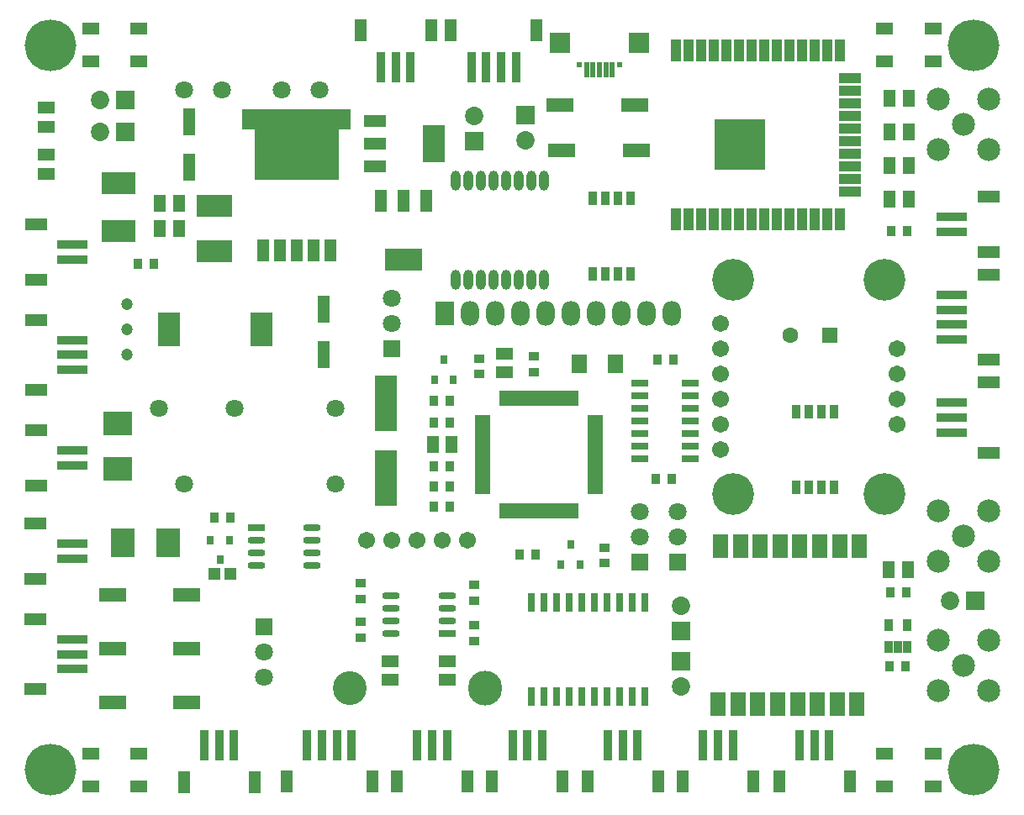
<source format=gts>
G04*
G04 #@! TF.GenerationSoftware,Altium Limited,Altium Designer,21.2.2 (38)*
G04*
G04 Layer_Color=8388736*
%FSTAX24Y24*%
%MOIN*%
G70*
G04*
G04 #@! TF.SameCoordinates,D9C69337-02A0-443D-9D67-ED1C811D3BAA*
G04*
G04*
G04 #@! TF.FilePolarity,Negative*
G04*
G01*
G75*
%ADD63R,0.0336X0.0415*%
%ADD64R,0.0867X0.1340*%
%ADD65R,0.1222X0.0356*%
%ADD66R,0.0867X0.0513*%
%ADD67R,0.0651X0.0474*%
%ADD68R,0.0671X0.0474*%
%ADD69R,0.0828X0.0828*%
%ADD70R,0.0218X0.0611*%
%ADD71R,0.0316X0.0356*%
%ADD72R,0.2049X0.2049*%
%ADD73R,0.0434X0.0867*%
%ADD74R,0.0867X0.0434*%
%ADD75R,0.1064X0.0552*%
%ADD76R,0.0379X0.0580*%
%ADD77O,0.0395X0.0789*%
%ADD78R,0.0513X0.0867*%
%ADD79R,0.0356X0.1222*%
%ADD80R,0.3320X0.2792*%
%ADD81R,0.0461X0.0890*%
%ADD82R,0.1415X0.0852*%
%ADD83R,0.0867X0.2245*%
%ADD84R,0.1458X0.0867*%
%ADD85R,0.0474X0.0867*%
%ADD86R,0.0867X0.0474*%
%ADD87R,0.0867X0.1458*%
%ADD88R,0.1182X0.0946*%
%ADD89R,0.0946X0.1182*%
%ADD90R,0.0454X0.0474*%
%ADD91O,0.0710X0.0297*%
%ADD92R,0.0710X0.0297*%
%ADD93R,0.0415X0.0336*%
%ADD94R,0.0474X0.0651*%
%ADD95R,0.0611X0.0198*%
%ADD96R,0.0198X0.0611*%
%ADD97R,0.0619X0.0718*%
%ADD98R,0.0680X0.0290*%
%ADD99R,0.0290X0.0750*%
%ADD100R,0.0631X0.0946*%
%ADD101R,0.0336X0.0497*%
%ADD102R,0.0474X0.1104*%
%ADD103R,0.1379X0.0867*%
%ADD104R,0.0631X0.0631*%
%ADD105C,0.0631*%
%ADD106R,0.0730X0.0730*%
%ADD107C,0.0730*%
%ADD108R,0.0730X0.0730*%
%ADD109C,0.0237*%
%ADD110C,0.1655*%
%ADD111C,0.0671*%
%ADD112O,0.0730X0.0980*%
%ADD113R,0.0730X0.0980*%
%ADD114C,0.0474*%
%ADD115C,0.0710*%
%ADD116O,0.1340X0.1379*%
%ADD117C,0.1340*%
%ADD118R,0.0710X0.0710*%
%ADD119C,0.0907*%
%ADD120C,0.0277*%
%ADD121C,0.2049*%
G36*
X019626Y037577D02*
X018996D01*
Y036785D01*
X019626D01*
Y037577D01*
D02*
G37*
G36*
X023288D02*
X022697D01*
Y036785D01*
X023288D01*
Y037577D01*
D02*
G37*
D63*
X027228Y021832D02*
D03*
X026598D02*
D03*
X014843Y031457D02*
D03*
X015472D02*
D03*
X018504Y021378D02*
D03*
X017874D02*
D03*
X027228Y02262D02*
D03*
X026598D02*
D03*
Y023407D02*
D03*
X027228D02*
D03*
Y025139D02*
D03*
X026598D02*
D03*
X027228Y026005D02*
D03*
X026598D02*
D03*
X036083Y027657D02*
D03*
X035453D02*
D03*
X036004Y022913D02*
D03*
X035374D02*
D03*
X045276Y015472D02*
D03*
X044646D02*
D03*
X044685Y018425D02*
D03*
X045315D02*
D03*
X045354Y032756D02*
D03*
X044724D02*
D03*
X03Y019902D02*
D03*
X03063D02*
D03*
D64*
X019744Y028839D02*
D03*
X016083D02*
D03*
D65*
X012244Y019744D02*
D03*
Y020335D02*
D03*
X047126Y024764D02*
D03*
Y025354D02*
D03*
X047126Y025945D02*
D03*
Y030217D02*
D03*
X047126Y028445D02*
D03*
Y029035D02*
D03*
X047126Y029626D02*
D03*
X047126Y032717D02*
D03*
Y033307D02*
D03*
X012244Y016555D02*
D03*
Y015965D02*
D03*
X012244Y015374D02*
D03*
X012264Y023465D02*
D03*
Y024055D02*
D03*
Y027244D02*
D03*
X012264Y027835D02*
D03*
Y028425D02*
D03*
Y031614D02*
D03*
Y032205D02*
D03*
D66*
X010787Y018937D02*
D03*
Y021142D02*
D03*
X048583Y023957D02*
D03*
Y026752D02*
D03*
Y031024D02*
D03*
Y027638D02*
D03*
Y031909D02*
D03*
Y034114D02*
D03*
X010787Y017362D02*
D03*
Y014567D02*
D03*
X010807Y022657D02*
D03*
Y024862D02*
D03*
X010807Y026437D02*
D03*
Y029232D02*
D03*
Y030807D02*
D03*
Y033012D02*
D03*
D67*
X01122Y035768D02*
D03*
Y03502D02*
D03*
X027126Y015689D02*
D03*
Y014941D02*
D03*
X024843D02*
D03*
Y015689D02*
D03*
X02939Y027894D02*
D03*
Y027146D02*
D03*
X01122Y037638D02*
D03*
Y03689D02*
D03*
D68*
X012972Y040768D02*
D03*
X014902D02*
D03*
X012972Y039469D02*
D03*
X014902D02*
D03*
X046398D02*
D03*
X044468D02*
D03*
X046398Y040768D02*
D03*
X044468D02*
D03*
Y012028D02*
D03*
X046398D02*
D03*
X044468Y010728D02*
D03*
X046398D02*
D03*
X012972Y012028D02*
D03*
X014902D02*
D03*
X012972Y010728D02*
D03*
X014902D02*
D03*
D69*
X031594Y040213D02*
D03*
X034705D02*
D03*
D70*
X033661Y039159D02*
D03*
X033406D02*
D03*
X03315D02*
D03*
X032894D02*
D03*
X032638D02*
D03*
D71*
X01811Y019705D02*
D03*
X017736Y020492D02*
D03*
X018484D02*
D03*
X02698Y027654D02*
D03*
X027354Y026866D02*
D03*
X026606D02*
D03*
X031634Y019528D02*
D03*
X032382D02*
D03*
X032008Y020315D02*
D03*
D72*
X038736Y036167D02*
D03*
D73*
X042677Y033215D02*
D03*
X042177D02*
D03*
X041677D02*
D03*
X041177D02*
D03*
X040677D02*
D03*
X040177D02*
D03*
X039677D02*
D03*
X039177D02*
D03*
X038677D02*
D03*
X038177D02*
D03*
X037677D02*
D03*
X037177D02*
D03*
X036677D02*
D03*
X036177D02*
D03*
X042677Y039907D02*
D03*
X042177D02*
D03*
X041677D02*
D03*
X041177D02*
D03*
X040677D02*
D03*
X040177D02*
D03*
X039677D02*
D03*
X039177D02*
D03*
X038677D02*
D03*
X038177D02*
D03*
X037677D02*
D03*
X037177D02*
D03*
X036677D02*
D03*
X036177D02*
D03*
D74*
X043071Y034311D02*
D03*
Y034811D02*
D03*
Y035311D02*
D03*
Y035811D02*
D03*
Y036311D02*
D03*
Y036811D02*
D03*
Y037311D02*
D03*
Y037811D02*
D03*
Y038311D02*
D03*
Y038811D02*
D03*
D75*
X031594Y037756D02*
D03*
X034547D02*
D03*
X034606Y035945D02*
D03*
X031654D02*
D03*
X016791Y014055D02*
D03*
X013839D02*
D03*
X016791Y016181D02*
D03*
X013839D02*
D03*
Y018307D02*
D03*
X016791D02*
D03*
D76*
X033892Y031059D02*
D03*
Y034059D02*
D03*
X034392Y031059D02*
D03*
Y034059D02*
D03*
X033392Y031059D02*
D03*
Y034059D02*
D03*
X032892Y031059D02*
D03*
Y034059D02*
D03*
X040957Y025591D02*
D03*
Y022591D02*
D03*
X041457Y025591D02*
D03*
Y022591D02*
D03*
X042457Y025591D02*
D03*
Y022591D02*
D03*
X041957Y025591D02*
D03*
Y022591D02*
D03*
D77*
X027463Y030827D02*
D03*
X027963D02*
D03*
X028463D02*
D03*
X028963D02*
D03*
X029463D02*
D03*
X029963D02*
D03*
X030463D02*
D03*
X030963D02*
D03*
X027463Y034764D02*
D03*
X027963D02*
D03*
X028463D02*
D03*
X028963D02*
D03*
X029463D02*
D03*
X029963D02*
D03*
X030463D02*
D03*
X030963D02*
D03*
D78*
X027264Y040709D02*
D03*
X03065D02*
D03*
X023681D02*
D03*
X026476D02*
D03*
X040276Y010906D02*
D03*
X043071D02*
D03*
X039256Y010902D02*
D03*
X036461D02*
D03*
X035476D02*
D03*
X032681D02*
D03*
X031697D02*
D03*
X028902D02*
D03*
X027917D02*
D03*
X025122D02*
D03*
X024138D02*
D03*
X020752D02*
D03*
X016677Y010886D02*
D03*
X019472D02*
D03*
D79*
X028071Y039252D02*
D03*
X029843Y039252D02*
D03*
X029252D02*
D03*
X028661Y039252D02*
D03*
X024488D02*
D03*
X025079Y039252D02*
D03*
X025669D02*
D03*
X041083Y012362D02*
D03*
X041673D02*
D03*
X042264Y012362D02*
D03*
X038449Y012358D02*
D03*
X037858Y012358D02*
D03*
X037268D02*
D03*
X034669Y012358D02*
D03*
X034079Y012358D02*
D03*
X033488D02*
D03*
X03089Y012358D02*
D03*
X030299Y012358D02*
D03*
X029709D02*
D03*
X02711Y012358D02*
D03*
X02652Y012358D02*
D03*
X025929D02*
D03*
X023331Y012358D02*
D03*
X021559Y012358D02*
D03*
X02215D02*
D03*
X02274Y012358D02*
D03*
X017484Y012343D02*
D03*
X018075D02*
D03*
X018665Y012343D02*
D03*
D80*
X021142Y036181D02*
D03*
D81*
X02248Y031978D02*
D03*
X021811D02*
D03*
X021144D02*
D03*
X020472D02*
D03*
X019803D02*
D03*
D82*
X017894Y03376D02*
D03*
Y031949D02*
D03*
D83*
X024693Y022957D02*
D03*
Y025909D02*
D03*
D84*
X025394Y031614D02*
D03*
D85*
X024488Y033937D02*
D03*
X025394D02*
D03*
X026299D02*
D03*
D86*
X024252Y037126D02*
D03*
Y03622D02*
D03*
Y035315D02*
D03*
D87*
X026575Y03622D02*
D03*
D88*
X014055Y025118D02*
D03*
Y023307D02*
D03*
D89*
X014252Y020394D02*
D03*
X016063D02*
D03*
D90*
X018504Y019134D02*
D03*
X017874D02*
D03*
D91*
X02176Y019482D02*
D03*
Y019982D02*
D03*
Y020482D02*
D03*
Y020982D02*
D03*
X01955Y019982D02*
D03*
Y020482D02*
D03*
Y019482D02*
D03*
X027104Y018274D02*
D03*
Y017274D02*
D03*
Y017774D02*
D03*
X024894Y016774D02*
D03*
Y017274D02*
D03*
Y017774D02*
D03*
Y018274D02*
D03*
D92*
X01955Y020982D02*
D03*
X027104Y016774D02*
D03*
D93*
X023701Y016614D02*
D03*
Y017244D02*
D03*
X023701Y01878D02*
D03*
Y01815D02*
D03*
X028189Y018071D02*
D03*
Y018701D02*
D03*
X028189Y017126D02*
D03*
Y016496D02*
D03*
X030551Y027165D02*
D03*
Y027795D02*
D03*
X033346Y019567D02*
D03*
Y020197D02*
D03*
X028386Y027068D02*
D03*
Y027698D02*
D03*
D94*
X026539Y024273D02*
D03*
X027287D02*
D03*
X044626Y019331D02*
D03*
X045374D02*
D03*
X045413Y034016D02*
D03*
X044665D02*
D03*
X045413Y035354D02*
D03*
X044665D02*
D03*
Y038031D02*
D03*
X045413D02*
D03*
X044665Y036693D02*
D03*
X045413D02*
D03*
X015728Y033858D02*
D03*
X016476D02*
D03*
X015728Y032854D02*
D03*
X016476D02*
D03*
D95*
X028504Y024962D02*
D03*
Y023978D02*
D03*
Y023781D02*
D03*
Y023584D02*
D03*
Y023387D02*
D03*
Y02319D02*
D03*
Y022994D02*
D03*
Y022797D02*
D03*
Y024175D02*
D03*
Y024371D02*
D03*
Y024568D02*
D03*
Y024765D02*
D03*
Y025356D02*
D03*
Y025159D02*
D03*
Y0226D02*
D03*
Y022403D02*
D03*
X032992Y023978D02*
D03*
Y023781D02*
D03*
Y022797D02*
D03*
Y022994D02*
D03*
Y02319D02*
D03*
Y023387D02*
D03*
Y023584D02*
D03*
Y024175D02*
D03*
Y024371D02*
D03*
Y024568D02*
D03*
Y024765D02*
D03*
Y024962D02*
D03*
Y025159D02*
D03*
Y025356D02*
D03*
Y0226D02*
D03*
Y022403D02*
D03*
D96*
X030846Y026123D02*
D03*
X03065D02*
D03*
X029272D02*
D03*
X029469D02*
D03*
X029665D02*
D03*
X029862D02*
D03*
X030059D02*
D03*
X031043D02*
D03*
X03124D02*
D03*
X031437D02*
D03*
X031634D02*
D03*
X031831D02*
D03*
X030256D02*
D03*
X032224D02*
D03*
X032028D02*
D03*
X030453D02*
D03*
Y021635D02*
D03*
X03124D02*
D03*
X031437D02*
D03*
X031634D02*
D03*
X031831D02*
D03*
X032028D02*
D03*
X032224D02*
D03*
X03065D02*
D03*
X030256D02*
D03*
X030059D02*
D03*
X029862D02*
D03*
X029665D02*
D03*
X029469D02*
D03*
X030846D02*
D03*
X031043D02*
D03*
X029272D02*
D03*
D97*
X032341Y02748D02*
D03*
X033801D02*
D03*
D98*
X034744Y023724D02*
D03*
Y024224D02*
D03*
Y024724D02*
D03*
Y025224D02*
D03*
Y025724D02*
D03*
Y026224D02*
D03*
X036744Y026724D02*
D03*
Y026224D02*
D03*
Y025724D02*
D03*
Y025224D02*
D03*
Y024724D02*
D03*
Y024224D02*
D03*
Y023724D02*
D03*
X034744Y026724D02*
D03*
D99*
X034965Y018032D02*
D03*
X034465D02*
D03*
X033965D02*
D03*
X033465D02*
D03*
X032965D02*
D03*
X032465D02*
D03*
X031965D02*
D03*
X031465D02*
D03*
X030965D02*
D03*
X030465D02*
D03*
Y014272D02*
D03*
X030965D02*
D03*
X031465D02*
D03*
X031965D02*
D03*
X032465D02*
D03*
X032965D02*
D03*
X033465D02*
D03*
X033965D02*
D03*
X034465D02*
D03*
X034965D02*
D03*
D100*
X042677Y020236D02*
D03*
X043465D02*
D03*
X04189D02*
D03*
X041102D02*
D03*
X040315D02*
D03*
X039528D02*
D03*
X03874D02*
D03*
X037953D02*
D03*
X04258Y013998D02*
D03*
X043367D02*
D03*
X041793D02*
D03*
X041005D02*
D03*
X040218D02*
D03*
X03943D02*
D03*
X038643D02*
D03*
X037856D02*
D03*
D101*
X044606Y017126D02*
D03*
Y01626D02*
D03*
X04498D02*
D03*
X045354Y017126D02*
D03*
Y01626D02*
D03*
D102*
X01689Y035276D02*
D03*
Y037087D02*
D03*
X022205Y029646D02*
D03*
Y027835D02*
D03*
D103*
X014094Y032736D02*
D03*
Y034665D02*
D03*
D104*
X042283Y028622D02*
D03*
D105*
X040709D02*
D03*
D106*
X030236Y037362D02*
D03*
X028189Y036331D02*
D03*
X036378Y016882D02*
D03*
Y015677D02*
D03*
D107*
X030236Y036362D02*
D03*
X013358Y037953D02*
D03*
Y036693D02*
D03*
X028189Y037331D02*
D03*
X036378Y017882D02*
D03*
Y014677D02*
D03*
X047067Y018091D02*
D03*
D108*
X014358Y037953D02*
D03*
Y036693D02*
D03*
X048067Y018091D02*
D03*
D109*
X033937Y039366D02*
D03*
X032362D02*
D03*
D110*
X044461Y030821D02*
D03*
X038461D02*
D03*
X044461Y022321D02*
D03*
X038461D02*
D03*
D111*
X037961Y029071D02*
D03*
Y024071D02*
D03*
Y025071D02*
D03*
Y026071D02*
D03*
Y027071D02*
D03*
Y028071D02*
D03*
X044961Y025071D02*
D03*
Y026071D02*
D03*
Y027071D02*
D03*
Y028071D02*
D03*
X027929Y020472D02*
D03*
X023929D02*
D03*
X024929D02*
D03*
X026929D02*
D03*
X025929D02*
D03*
D112*
X034016Y029488D02*
D03*
X032016D02*
D03*
X030016D02*
D03*
X029016D02*
D03*
X028016D02*
D03*
X031016D02*
D03*
X033016D02*
D03*
X035016D02*
D03*
X036016D02*
D03*
D113*
X027016D02*
D03*
D114*
X014409Y029843D02*
D03*
Y028843D02*
D03*
Y027843D02*
D03*
D115*
X022673Y025717D02*
D03*
X016673Y022717D02*
D03*
X015673Y025717D02*
D03*
X018673D02*
D03*
X022673Y022717D02*
D03*
X03626Y02063D02*
D03*
Y02163D02*
D03*
X034744D02*
D03*
Y02063D02*
D03*
X020547Y038346D02*
D03*
X022047D02*
D03*
X024921Y030091D02*
D03*
Y029091D02*
D03*
X019843Y016043D02*
D03*
Y015043D02*
D03*
X016685Y038346D02*
D03*
X018185D02*
D03*
D116*
X028606Y014606D02*
D03*
D117*
X023252D02*
D03*
D118*
X03626Y01963D02*
D03*
X034744D02*
D03*
X024921Y028091D02*
D03*
X019843Y017043D02*
D03*
D119*
X047583Y015528D02*
D03*
X046583Y016528D02*
D03*
Y014528D02*
D03*
X048583D02*
D03*
Y016528D02*
D03*
X047575Y036984D02*
D03*
X046575Y037984D02*
D03*
Y035984D02*
D03*
X048575D02*
D03*
Y037984D02*
D03*
X047583Y020646D02*
D03*
X046583Y021646D02*
D03*
Y019646D02*
D03*
X048583D02*
D03*
Y021646D02*
D03*
D120*
X048524Y011909D02*
D03*
X047461D02*
D03*
Y010846D02*
D03*
X048524D02*
D03*
X04874Y011378D02*
D03*
X047244D02*
D03*
X047992Y01063D02*
D03*
Y012126D02*
D03*
X048524Y04065D02*
D03*
X047461D02*
D03*
Y039587D02*
D03*
X048524D02*
D03*
X04874Y040118D02*
D03*
X047244D02*
D03*
X047992Y03937D02*
D03*
Y040866D02*
D03*
X011378Y012126D02*
D03*
Y01063D02*
D03*
X01063Y011378D02*
D03*
X012126D02*
D03*
X011909Y010846D02*
D03*
X010846D02*
D03*
Y011909D02*
D03*
X011909D02*
D03*
Y04065D02*
D03*
X010846D02*
D03*
Y039587D02*
D03*
X011909D02*
D03*
X012126Y040118D02*
D03*
X01063D02*
D03*
X011378Y03937D02*
D03*
Y040866D02*
D03*
D121*
X047992Y011378D02*
D03*
Y040118D02*
D03*
X011378Y011378D02*
D03*
Y040118D02*
D03*
M02*

</source>
